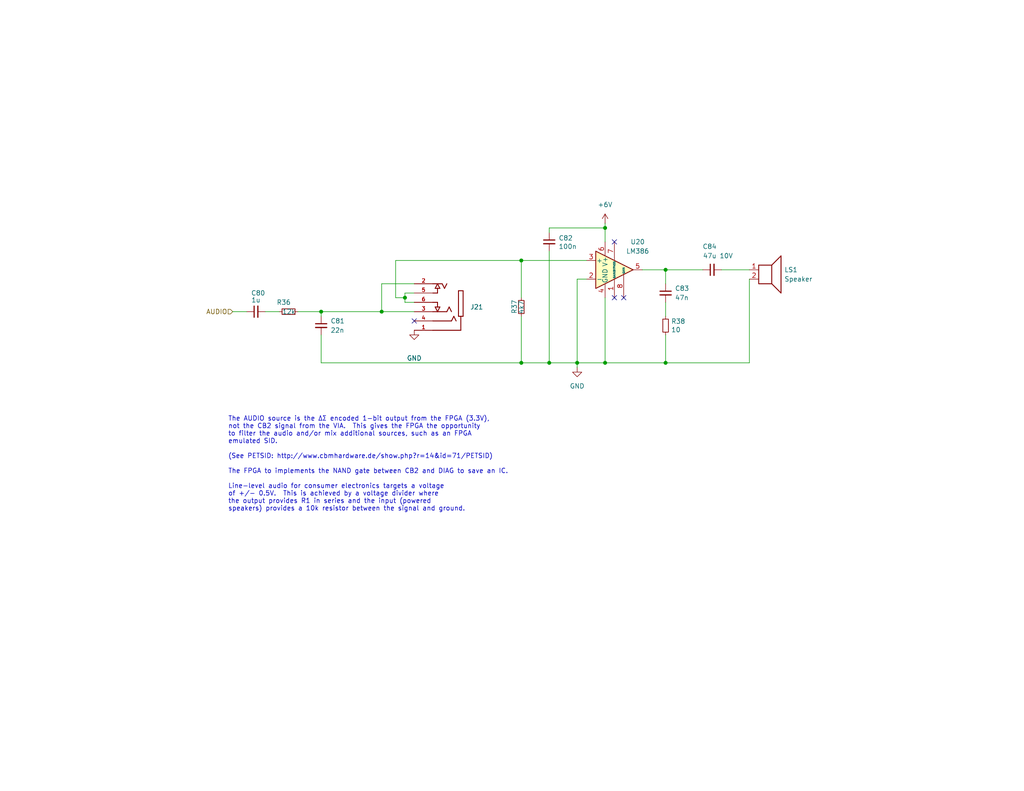
<source format=kicad_sch>
(kicad_sch (version 20231120) (generator "eeschema") (generator_version "8.0")
  (paper "A")
  (title_block (title "EconoPET 40/8096") (date "2023-10-01") (rev "A"))
  (lib_symbols
    (symbol "Amplifier_Audio:LM386" (pin_names (offset 0.127))
      (property "Reference" "U" (at 1.27 7.62 0))
      (property "Value" "LM386" (at 1.27 5.08 0))
      (symbol "LM386_0_1"
        (polyline (pts (xy 5.08 0) (xy -5.08 5.08) (xy -5.08 -5.08) (xy 5.08 0)) (stroke (width 0.254)) (fill (type background)))
      )
      (symbol "LM386_1_1"
        (pin input line (at 0 -7.62 90) (length 5.08) (name "GAIN") (number "1"))
        (pin input line (at -7.62 -2.54 0) (length 2.54) (name "-") (number "2"))
        (pin input line (at -7.62 2.54 0) (length 2.54) (name "+") (number "3"))
        (pin power_in line (at -2.54 -7.62 90) (length 3.81) (name "GND") (number "4"))
        (pin output line (at 7.62 0 180) (length 2.54) (name "~") (number "5"))
        (pin power_in line (at -2.54 7.62 270) (length 3.81) (name "V+") (number "6"))
        (pin input line (at 0 7.62 270) (length 5.08) (name "BYPASS") (number "7"))
        (pin input line (at 2.54 -7.62 90) (length 6.35) (name "GAIN") (number "8"))
      )
    )
    (symbol "Device:C_Small" (pin_numbers hide) (pin_names (offset 0.254) hide)
      (property "Reference" "C" (at 0.254 1.778 0))
      (property "Value" "C_Small" (at 0.254 -2.032 0))
      (symbol "C_Small_0_1"
        (polyline (pts (xy -1.524 -0.508) (xy 1.524 -0.508)) (stroke (width 0.3302)))
        (polyline (pts (xy -1.524 0.508) (xy 1.524 0.508)) (stroke (width 0.3048)))
      )
      (symbol "C_Small_1_1"
        (pin passive line (at 0 2.54 270) (length 2.032) (name "~") (number "1"))
        (pin passive line (at 0 -2.54 90) (length 2.032) (name "~") (number "2"))
      )
    )
    (symbol "Device:R_Small" (pin_numbers hide) (pin_names (offset 0.254) hide)
      (property "Reference" "R" (at 0.762 0.508 0))
      (property "Value" "R_Small" (at 0.762 -1.016 0))
      (symbol "R_Small_0_1"
        (rectangle (start -0.762 1.778) (end 0.762 -1.778) (stroke (width 0.2032)))
      )
      (symbol "R_Small_1_1"
        (pin passive line (at 0 2.54 270) (length 0.762) (name "~") (number "1"))
        (pin passive line (at 0 -2.54 90) (length 0.762) (name "~") (number "2"))
      )
    )
    (symbol "Device:Speaker" (pin_names (offset 0) hide)
      (property "Reference" "LS" (at 1.27 5.715 0))
      (property "Value" "Speaker" (at 1.27 3.81 0))
      (symbol "Speaker_0_0"
        (rectangle (start -2.54 1.27) (end 1.016 -3.81) (stroke (width 0.254)))
        (polyline (pts (xy 1.016 1.27) (xy 3.556 3.81) (xy 3.556 -6.35) (xy 1.016 -3.81)) (stroke (width 0.254)))
      )
      (symbol "Speaker_1_1"
        (pin input line (at -5.08 0 0) (length 2.54) (name "1") (number "1"))
        (pin input line (at -5.08 -2.54 0) (length 2.54) (name "2") (number "2"))
      )
    )
    (symbol "EconoPET:SJ-43504-SMT-TR" (pin_names (offset 1.016) hide)
      (property "Reference" "J" (at -10.16 -1.2701 0))
      (symbol "SJ-43504-SMT-TR_0_0"
        (polyline (pts (xy -8.255 -5.715) (xy -8.255 1.27)) (stroke (width 0.254)))
        (polyline (pts (xy -8.255 1.27) (xy -7.62 1.27)) (stroke (width 0.254)))
        (polyline (pts (xy -7.62 1.27) (xy -6.985 1.27)) (stroke (width 0.254)))
        (polyline (pts (xy -7.62 5.08) (xy -7.62 1.27)) (stroke (width 0.254)))
        (polyline (pts (xy -6.985 -5.715) (xy -8.255 -5.715)) (stroke (width 0.254)))
        (polyline (pts (xy -6.985 1.27) (xy -6.985 -5.715)) (stroke (width 0.254)))
        (polyline (pts (xy -5.715 1.27) (xy -6.35 2.54)) (stroke (width 0.254)))
        (polyline (pts (xy -5.08 2.54) (xy -5.715 1.27)) (stroke (width 0.254)))
        (polyline (pts (xy -4.445 -1.27) (xy -5.08 0)) (stroke (width 0.254)))
        (polyline (pts (xy -3.81 0) (xy -4.445 -1.27)) (stroke (width 0.254)))
        (polyline (pts (xy -3.175 -6.35) (xy -3.81 -7.62)) (stroke (width 0.254)))
        (polyline (pts (xy -2.54 -7.62) (xy -3.175 -6.35)) (stroke (width 0.254)))
        (polyline (pts (xy -1.905 -6.35) (xy -1.27 -6.35)) (stroke (width 0.254)))
        (polyline (pts (xy -1.905 -1.27) (xy -1.27 -1.27)) (stroke (width 0.254)))
        (polyline (pts (xy -1.27 -7.62) (xy -2.54 -7.62)) (stroke (width 0.254)))
        (polyline (pts (xy -1.27 -7.62) (xy -1.905 -6.35)) (stroke (width 0.254)))
        (polyline (pts (xy -1.27 -6.35) (xy -0.635 -6.35)) (stroke (width 0.254)))
        (polyline (pts (xy -1.27 -5.08) (xy -1.27 -6.35)) (stroke (width 0.254)))
        (polyline (pts (xy -1.27 -2.54) (xy -1.27 -1.27)) (stroke (width 0.254)))
        (polyline (pts (xy -1.27 -1.27) (xy -0.635 -1.27)) (stroke (width 0.254)))
        (polyline (pts (xy -1.27 0) (xy -3.81 0)) (stroke (width 0.254)))
        (polyline (pts (xy -1.27 0) (xy -1.905 -1.27)) (stroke (width 0.254)))
        (polyline (pts (xy -0.635 -6.35) (xy -1.27 -7.62)) (stroke (width 0.254)))
        (polyline (pts (xy -0.635 -1.27) (xy -1.27 0)) (stroke (width 0.254)))
        (polyline (pts (xy 0 -7.62) (xy -1.27 -7.62)) (stroke (width 0.254)))
        (polyline (pts (xy 0 -5.08) (xy -1.27 -5.08)) (stroke (width 0.254)))
        (polyline (pts (xy 0 -2.54) (xy -1.27 -2.54)) (stroke (width 0.254)))
        (polyline (pts (xy 0 0) (xy -1.27 0)) (stroke (width 0.254)))
        (polyline (pts (xy 0 2.54) (xy -5.08 2.54)) (stroke (width 0.254)))
        (polyline (pts (xy 0 5.08) (xy -7.62 5.08)) (stroke (width 0.254)))
        (pin passive line (at 5.08 5.08 180) (length 5.08) (name "~") (number "1"))
        (pin passive line (at 5.08 -7.62 180) (length 5.08) (name "~") (number "2"))
        (pin passive line (at 5.08 0 180) (length 5.08) (name "~") (number "3"))
        (pin passive line (at 5.08 2.54 180) (length 5.08) (name "~") (number "4"))
        (pin passive line (at 5.08 -5.08 180) (length 5.08) (name "~") (number "5"))
        (pin passive line (at 5.08 -2.54 180) (length 5.08) (name "~") (number "6"))
      )
    )
    (symbol "power:+6V" (power) (pin_numbers hide) (pin_names (offset 0) hide)
      (property "Value" "+6V" (at 0 3.556 0))
      (symbol "+6V_0_1"
        (polyline (pts (xy -0.762 1.27) (xy 0 2.54)))
        (polyline (pts (xy 0 0) (xy 0 2.54)))
        (polyline (pts (xy 0 2.54) (xy 0.762 1.27)))
      )
      (symbol "+6V_1_1"
        (pin power_in line (at 0 0 90) (length 0) (name "~") (number "1"))
      )
    )
    (symbol "power:GND" (power) (pin_numbers hide) (pin_names (offset 0) hide)
      (property "Value" "GND" (at 0 -3.81 0))
      (symbol "GND_0_1"
        (polyline (pts (xy 0 0) (xy 0 -1.27) (xy 1.27 -1.27) (xy 0 -2.54) (xy -1.27 -1.27) (xy 0 -1.27)))
      )
      (symbol "GND_1_1"
        (pin power_in line (at 0 0 270) (length 0) (name "~") (number "1"))
      )
    )
  )
  (junction (at 157.48 99.06))
  (junction (at 142.24 99.06))
  (junction (at 110.49 81.28))
  (junction (at 181.61 99.06))
  (junction (at 149.86 99.06))
  (junction (at 165.1 99.06))
  (junction (at 165.1 62.23))
  (junction (at 142.24 71.12))
  (junction (at 87.63 85.09))
  (junction (at 181.61 73.66))
  (junction (at 104.14 85.09))
  (no_connect (at 167.64 66.04))
  (no_connect (at 167.64 81.28))
  (no_connect (at 170.18 81.28))
  (no_connect (at 113.03 87.63))
  (wire (pts (xy 160.02 76.2) (xy 157.48 76.2)))
  (wire (pts (xy 113.03 82.55) (xy 110.49 82.55)))
  (wire (pts (xy 181.61 73.66) (xy 191.77 73.66)))
  (wire (pts (xy 149.86 68.58) (xy 149.86 99.06)))
  (wire (pts (xy 81.28 85.09) (xy 87.63 85.09)))
  (wire (pts (xy 149.86 62.23) (xy 165.1 62.23)))
  (wire (pts (xy 142.24 86.36) (xy 142.24 99.06)))
  (wire (pts (xy 104.14 85.09) (xy 113.03 85.09)))
  (wire (pts (xy 113.03 77.47) (xy 104.14 77.47)))
  (wire (pts (xy 104.14 77.47) (xy 104.14 85.09)))
  (wire (pts (xy 165.1 99.06) (xy 157.48 99.06)))
  (wire (pts (xy 142.24 71.12) (xy 142.24 81.28)))
  (wire (pts (xy 165.1 60.96) (xy 165.1 62.23)))
  (wire (pts (xy 165.1 81.28) (xy 165.1 99.06)))
  (wire (pts (xy 157.48 76.2) (xy 157.48 99.06)))
  (wire (pts (xy 175.26 73.66) (xy 181.61 73.66)))
  (wire (pts (xy 181.61 82.55) (xy 181.61 86.36)))
  (wire (pts (xy 107.95 71.12) (xy 142.24 71.12)))
  (wire (pts (xy 110.49 80.01) (xy 110.49 81.28)))
  (wire (pts (xy 204.47 76.2) (xy 204.47 99.06)))
  (wire (pts (xy 87.63 99.06) (xy 142.24 99.06)))
  (wire (pts (xy 110.49 81.28) (xy 110.49 82.55)))
  (wire (pts (xy 107.95 81.28) (xy 107.95 71.12)))
  (wire (pts (xy 87.63 91.44) (xy 87.63 99.06)))
  (wire (pts (xy 181.61 99.06) (xy 204.47 99.06)))
  (wire (pts (xy 165.1 62.23) (xy 165.1 66.04)))
  (wire (pts (xy 142.24 71.12) (xy 160.02 71.12)))
  (wire (pts (xy 87.63 85.09) (xy 104.14 85.09)))
  (wire (pts (xy 107.95 81.28) (xy 110.49 81.28)))
  (wire (pts (xy 149.86 99.06) (xy 157.48 99.06)))
  (wire (pts (xy 110.49 80.01) (xy 113.03 80.01)))
  (wire (pts (xy 149.86 63.5) (xy 149.86 62.23)))
  (wire (pts (xy 165.1 99.06) (xy 181.61 99.06)))
  (wire (pts (xy 181.61 91.44) (xy 181.61 99.06)))
  (wire (pts (xy 87.63 85.09) (xy 87.63 86.36)))
  (wire (pts (xy 72.39 85.09) (xy 76.2 85.09)))
  (wire (pts (xy 63.5 85.09) (xy 67.31 85.09)))
  (wire (pts (xy 196.85 73.66) (xy 204.47 73.66)))
  (wire (pts (xy 157.48 100.33) (xy 157.48 99.06)))
  (wire (pts (xy 181.61 73.66) (xy 181.61 77.47)))
  (wire (pts (xy 142.24 99.06) (xy 149.86 99.06)))
  (text "The AUDIO source is the ΔΣ encoded 1-bit output from the FPGA (3.3V),\nnot the CB2 signal from the VIA.  This gives the FPGA the opportunity\nto filter the audio and/or mix additional sources, such as an FPGA\nemulated SID.\n\n(See PETSID: http://www.cbmhardware.de/show.php?r=14&id=71/PETSID)\n\nThe FPGA to implements the NAND gate between CB2 and DIAG to save an IC.\n\nLine-level audio for consumer electronics targets a voltage\nof +/- 0.5V.  This is achieved by a voltage divider where\nthe output provides R1 in series and the input (powered\nspeakers) provides a 10k resistor between the signal and ground." (at 62.23 139.7 0) (effects (font (size 1.27 1.27)) (justify left bottom)))
  (hierarchical_label "AUDIO" (shape input) (at 63.5 85.09 180))
  (symbol (lib_id "Device:R_Small") (at 78.74 85.09 90) (unit 1)
    (property "Reference" "R36" (at 79.375 82.55 90) (effects (justify left)))
    (property "Value" "12k" (at 80.645 85.09 90) (effects (justify left)))
    (property "Footprint" "Resistor_SMD:R_0805_2012Metric_Pad1.20x1.40mm_HandSolder" (effects (hide yes)))
    (property "Datasheet" "https://datasheet.lcsc.com/lcsc/2206010216_UNI-ROYAL-Uniroyal-Elec-0805W8F1202T5E_C17444.pdf" (effects (hide yes)))
    (property "LCSC" "C17444" (effects (hide yes)))
  )
  (symbol (lib_id "Device:C_Small") (at 149.86 66.04 0) (unit 1)
    (property "Reference" "C82" (at 152.4 64.9986 0) (effects (justify left)))
    (property "Value" "100n" (at 152.4 67.31 0) (effects (justify left)))
    (property "Footprint" "Capacitor_SMD:C_0402_1005Metric" (effects (hide yes)))
    (property "Datasheet" "https://datasheet.lcsc.com/lcsc/2304140030_Samsung-Electro-Mechanics-CL05B104KB54PNC_C307331.pdf" (effects (hide yes)))
    (property "LCSC" "C307331" (effects (hide yes)))
  )
  (symbol (lib_id "power:GND") (at 113.03 90.17 0) (unit 1)
    (property "Reference" "#PWR0142" (effects (hide yes)))
    (property "Value" "GND" (at 113.03 97.79 0))
    (property "Description" "Power symbol creates a global label with name \"GND\" , ground" (effects (hide yes)))
  )
  (symbol (lib_id "power:GND") (at 157.48 100.33 0) (unit 1)
    (property "Reference" "#PWR0143" (effects (hide yes)))
    (property "Value" "GND" (at 157.48 105.41 0))
    (property "Description" "Power symbol creates a global label with name \"GND\" , ground" (effects (hide yes)))
  )
  (symbol (lib_id "power:+6V") (at 165.1 60.96 0) (unit 1)
    (property "Reference" "#PWR0144" (effects (hide yes)))
    (property "Value" "+6V" (at 165.1 55.88 0))
    (property "Description" "Power symbol creates a global label with name \"+6V\"" (effects (hide yes)))
  )
  (symbol (lib_id "Device:R_Small") (at 181.61 88.9 0) (unit 1)
    (property "Reference" "R38" (at 183.1086 87.7316 0) (effects (justify left)))
    (property "Value" "10" (at 183.1086 90.043 0) (effects (justify left)))
    (property "Footprint" "Resistor_SMD:R_0805_2012Metric_Pad1.20x1.40mm_HandSolder" (effects (hide yes)))
    (property "Datasheet" "https://datasheet.lcsc.com/lcsc/2206010216_UNI-ROYAL-Uniroyal-Elec-0805W8F100JT5E_C17415.pdf" (effects (hide yes)))
    (property "LCSC" "C17415" (effects (hide yes)))
  )
  (symbol (lib_id "Device:C_Small") (at 87.63 88.9 0) (unit 1)
    (property "Reference" "C81" (at 90.17 87.6362 0) (effects (justify left)))
    (property "Value" "22n" (at 90.17 90.1762 0) (effects (justify left)))
    (property "Footprint" "Capacitor_SMD:C_0402_1005Metric" (effects (hide yes)))
    (property "Datasheet" "https://datasheet.lcsc.com/lcsc/2304140030_FH--Guangdong-Fenghua-Advanced-Tech-0402B223K500NT_C1532.pdf" (effects (hide yes)))
    (property "LCSC" "C1532" (effects (hide yes)))
  )
  (symbol (lib_id "EconoPET:SJ-43504-SMT-TR") (at 118.11 85.09 180) (unit 1)
    (property "Reference" "J21" (at 128.27 83.8199 0) (effects (justify right)))
    (property "Value" "AUDIO" (effects (hide yes)))
    (property "Footprint" "EconoPET:CUI_SJ-43504-SMT-TR" (effects (hide yes)))
    (property "Datasheet" "https://www.mouser.com/datasheet/2/670/sj_43504_smt_tr-1779335.pdf" (effects (hide yes)))
    (property "MOUSER" "490-SJ-43504-SMT-TR" (effects (hide yes)))
    (property "Alt-LCSC" "C319101" (effects (hide yes)))
  )
  (symbol (lib_id "Device:Speaker") (at 209.55 73.66 0) (unit 1)
    (property "Reference" "LS1" (at 213.995 73.6599 0) (effects (justify left)))
    (property "Value" "Speaker" (at 213.995 76.1999 0) (effects (justify left)))
    (property "Footprint" "SamacSys_Parts:AT1220TT9R" (effects (hide yes)))
    (property "Datasheet" "https://www.mouser.com/datasheet/2/334/AT-1220-TT-9-R-532252.pdf" (effects (hide yes)))
    (property "MOUSER" "665-AT1220TT9R" (effects (hide yes)))
  )
  (symbol (lib_id "Amplifier_Audio:LM386") (at 167.64 73.66 0) (unit 1)
    (property "Reference" "U20" (at 173.99 66.04 0))
    (property "Value" "LM386" (at 173.99 68.58 0))
    (property "Footprint" "Package_DIP:DIP-8_W7.62mm" (effects (hide yes)))
    (property "Datasheet" "https://www.ti.com/general/docs/suppproductinfo.tsp?distId=26&gotoUrl=https://www.ti.com/lit/gpn/lm386" (effects (hide yes)))
    (property "MOUSER" "926-LM386N-1/NOPB" (effects (hide yes)))
  )
  (symbol (lib_id "Device:R_Small") (at 142.24 83.82 0) (unit 1)
    (property "Reference" "R37" (at 140.335 85.725 90) (effects (justify left)))
    (property "Value" "4k7" (at 142.24 85.725 90) (effects (justify left)))
    (property "Footprint" "Resistor_SMD:R_0805_2012Metric_Pad1.20x1.40mm_HandSolder" (effects (hide yes)))
    (property "Datasheet" "https://datasheet.lcsc.com/lcsc/2206010200_UNI-ROYAL-Uniroyal-Elec-0805W8F4701T5E_C17673.pdf" (effects (hide yes)))
    (property "LCSC" "C17673" (effects (hide yes)))
  )
  (symbol (lib_id "Device:C_Small") (at 69.85 85.09 90) (unit 1)
    (property "Reference" "C80" (at 72.39 80.01 90) (effects (justify left)))
    (property "Value" "1u" (at 71.12 81.915 90) (effects (justify left)))
    (property "Footprint" "Capacitor_SMD:C_0402_1005Metric" (effects (hide yes)))
    (property "Datasheet" "https://datasheet.lcsc.com/lcsc/2304140030_Samsung-Electro-Mechanics-CL05A105KA5NQNC_C52923.pdf" (effects (hide yes)))
    (property "LCSC" "C52923" (effects (hide yes)))
  )
  (symbol (lib_id "Device:C_Small") (at 181.61 80.01 0) (unit 1)
    (property "Reference" "C83" (at 184.15 78.7462 0) (effects (justify left)))
    (property "Value" "47n" (at 184.15 81.2862 0) (effects (justify left)))
    (property "Footprint" "Capacitor_SMD:C_0603_1608Metric" (effects (hide yes)))
    (property "Datasheet" "https://datasheet.lcsc.com/lcsc/2304140030_Samsung-Electro-Mechanics-CL10B473KB8NNNC_C1622.pdf" (effects (hide yes)))
    (property "LCSC" "C1622" (effects (hide yes)))
  )
  (symbol (lib_id "Device:C_Small") (at 194.31 73.66 90) (unit 1)
    (property "Reference" "C84" (at 195.58 67.31 90) (effects (justify left)))
    (property "Value" "47u 10V" (at 200.025 69.85 90) (effects (justify left)))
    (property "Footprint" "Capacitor_SMD:C_1206_3216Metric" (effects (hide yes)))
    (property "Datasheet" "https://product.samsungsem.com/mlcc/CL31A476MPHNNN.do" (effects (hide yes)))
    (property "LCSC" "C96123" (effects (hide yes)))
  )
)
</source>
